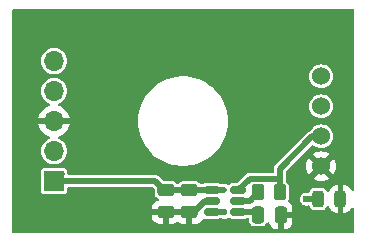
<source format=gtl>
G04 #@! TF.GenerationSoftware,KiCad,Pcbnew,8.0.7*
G04 #@! TF.CreationDate,2025-01-24T14:27:24+01:00*
G04 #@! TF.ProjectId,GateDriverControlTransmitter,47617465-4472-4697-9665-72436f6e7472,rev?*
G04 #@! TF.SameCoordinates,Original*
G04 #@! TF.FileFunction,Copper,L1,Top*
G04 #@! TF.FilePolarity,Positive*
%FSLAX46Y46*%
G04 Gerber Fmt 4.6, Leading zero omitted, Abs format (unit mm)*
G04 Created by KiCad (PCBNEW 8.0.7) date 2025-01-24 14:27:24*
%MOMM*%
%LPD*%
G01*
G04 APERTURE LIST*
G04 Aperture macros list*
%AMRoundRect*
0 Rectangle with rounded corners*
0 $1 Rounding radius*
0 $2 $3 $4 $5 $6 $7 $8 $9 X,Y pos of 4 corners*
0 Add a 4 corners polygon primitive as box body*
4,1,4,$2,$3,$4,$5,$6,$7,$8,$9,$2,$3,0*
0 Add four circle primitives for the rounded corners*
1,1,$1+$1,$2,$3*
1,1,$1+$1,$4,$5*
1,1,$1+$1,$6,$7*
1,1,$1+$1,$8,$9*
0 Add four rect primitives between the rounded corners*
20,1,$1+$1,$2,$3,$4,$5,0*
20,1,$1+$1,$4,$5,$6,$7,0*
20,1,$1+$1,$6,$7,$8,$9,0*
20,1,$1+$1,$8,$9,$2,$3,0*%
G04 Aperture macros list end*
G04 #@! TA.AperFunction,SMDPad,CuDef*
%ADD10RoundRect,0.150000X-0.512500X-0.150000X0.512500X-0.150000X0.512500X0.150000X-0.512500X0.150000X0*%
G04 #@! TD*
G04 #@! TA.AperFunction,SMDPad,CuDef*
%ADD11RoundRect,0.250000X-0.475000X0.250000X-0.475000X-0.250000X0.475000X-0.250000X0.475000X0.250000X0*%
G04 #@! TD*
G04 #@! TA.AperFunction,ComponentPad*
%ADD12R,1.700000X1.700000*%
G04 #@! TD*
G04 #@! TA.AperFunction,ComponentPad*
%ADD13O,1.700000X1.700000*%
G04 #@! TD*
G04 #@! TA.AperFunction,SMDPad,CuDef*
%ADD14RoundRect,0.243750X0.243750X0.456250X-0.243750X0.456250X-0.243750X-0.456250X0.243750X-0.456250X0*%
G04 #@! TD*
G04 #@! TA.AperFunction,ComponentPad*
%ADD15C,1.524000*%
G04 #@! TD*
G04 #@! TA.AperFunction,SMDPad,CuDef*
%ADD16RoundRect,0.250000X-0.262500X-0.450000X0.262500X-0.450000X0.262500X0.450000X-0.262500X0.450000X0*%
G04 #@! TD*
G04 #@! TA.AperFunction,SMDPad,CuDef*
%ADD17RoundRect,0.250000X-0.250000X-0.475000X0.250000X-0.475000X0.250000X0.475000X-0.250000X0.475000X0*%
G04 #@! TD*
G04 #@! TA.AperFunction,ViaPad*
%ADD18C,0.600000*%
G04 #@! TD*
G04 #@! TA.AperFunction,Conductor*
%ADD19C,0.500000*%
G04 #@! TD*
G04 #@! TA.AperFunction,Conductor*
%ADD20C,0.300000*%
G04 #@! TD*
G04 APERTURE END LIST*
D10*
X138422500Y-115810000D03*
X138422500Y-116760000D03*
X138422500Y-117710000D03*
X140697500Y-117710000D03*
X140697500Y-116760000D03*
X140697500Y-115810000D03*
D11*
X134570000Y-115810000D03*
X134570000Y-117710000D03*
X136530000Y-115810000D03*
X136530000Y-117710000D03*
D12*
X125100000Y-115075000D03*
D13*
X125100000Y-112535000D03*
X125100000Y-109995000D03*
X125100000Y-107455000D03*
X125100000Y-104915000D03*
D14*
X149337500Y-116600000D03*
X147462500Y-116600000D03*
D15*
X147700000Y-106210000D03*
X147700000Y-108750000D03*
X147700000Y-111290000D03*
X147700000Y-113830000D03*
D16*
X142387500Y-116020000D03*
X144212500Y-116020000D03*
D17*
X142370000Y-117950000D03*
X144270000Y-117950000D03*
D18*
X148000000Y-101000000D03*
X136000000Y-119000000D03*
X140000000Y-119000000D03*
X124000000Y-101000000D03*
X140000000Y-101000000D03*
X136000000Y-101000000D03*
X130000000Y-119000000D03*
X150000000Y-111000000D03*
X142500000Y-105500000D03*
X150000000Y-119000000D03*
X122000000Y-107000000D03*
X122000000Y-119000000D03*
X150000000Y-103000000D03*
X142500000Y-112000000D03*
X148000000Y-119000000D03*
X142000000Y-101000000D03*
X124000000Y-119000000D03*
X128000000Y-101000000D03*
X126000000Y-119000000D03*
X150000000Y-115000000D03*
X150000000Y-101000000D03*
X122000000Y-103000000D03*
X136000000Y-105000000D03*
X150000000Y-119000000D03*
X150000000Y-113000000D03*
X126000000Y-101000000D03*
X134000000Y-119000000D03*
X122000000Y-115000000D03*
X132000000Y-119000000D03*
X146000000Y-101000000D03*
X122000000Y-105000000D03*
X122000000Y-109000000D03*
X122000000Y-101000000D03*
X136000000Y-103500000D03*
X122000000Y-113000000D03*
X150000000Y-107000000D03*
X128000000Y-105000000D03*
X150000000Y-105000000D03*
X150000000Y-109000000D03*
X144000000Y-101000000D03*
X122000000Y-111000000D03*
X122000000Y-117000000D03*
X142500000Y-103500000D03*
X134000000Y-101000000D03*
X132000000Y-101000000D03*
X138000000Y-119000000D03*
X146000000Y-119000000D03*
X130000000Y-101000000D03*
X128000000Y-119000000D03*
X128000000Y-103500000D03*
X142500000Y-109000000D03*
X138000000Y-101000000D03*
X139500000Y-117730000D03*
X146450000Y-116600000D03*
D19*
X136530000Y-117710000D02*
X136907316Y-117710000D01*
X136907316Y-117710000D02*
X137857316Y-116760000D01*
X136530000Y-115810000D02*
X134570000Y-115810000D01*
X133645000Y-115075000D02*
X134380000Y-115810000D01*
X138422500Y-115810000D02*
X136530000Y-115810000D01*
X125100000Y-115075000D02*
X125725000Y-114450000D01*
X125100000Y-115075000D02*
X133645000Y-115075000D01*
X125100000Y-115075000D02*
X125325000Y-114850000D01*
X134380000Y-115810000D02*
X134570000Y-115810000D01*
X138877316Y-115800000D02*
X139442500Y-115800000D01*
X139500000Y-117730000D02*
X139480000Y-117710000D01*
X139480000Y-117710000D02*
X138422500Y-117710000D01*
X147700000Y-111290000D02*
X146960000Y-111290000D01*
X140697500Y-115810000D02*
X141637500Y-114870000D01*
X144212500Y-114037500D02*
X144212500Y-114870000D01*
X146960000Y-111290000D02*
X144212500Y-114037500D01*
X144212500Y-114870000D02*
X144212500Y-116020000D01*
X141637500Y-114870000D02*
X144212500Y-114870000D01*
X141647500Y-116760000D02*
X142387500Y-116020000D01*
X140697500Y-116760000D02*
X141647500Y-116760000D01*
X140697500Y-117710000D02*
X142130000Y-117710000D01*
X142130000Y-117710000D02*
X142370000Y-117950000D01*
D20*
X147700000Y-106275000D02*
X147700000Y-106210000D01*
D19*
X147462500Y-116600000D02*
X146450000Y-116600000D01*
G04 #@! TA.AperFunction,Conductor*
G36*
X150442539Y-100530185D02*
G01*
X150488294Y-100582989D01*
X150499500Y-100634500D01*
X150499500Y-115781914D01*
X150479815Y-115848953D01*
X150427011Y-115894708D01*
X150357853Y-115904652D01*
X150294297Y-115875627D01*
X150265577Y-115832608D01*
X150262955Y-115833831D01*
X150259903Y-115827285D01*
X150168629Y-115679308D01*
X150045691Y-115556370D01*
X149897714Y-115465096D01*
X149897709Y-115465094D01*
X149732673Y-115410407D01*
X149630815Y-115400000D01*
X149587500Y-115400000D01*
X149587500Y-117800000D01*
X149630803Y-117800000D01*
X149630815Y-117799999D01*
X149732673Y-117789592D01*
X149897709Y-117734905D01*
X149897714Y-117734903D01*
X150045691Y-117643629D01*
X150168629Y-117520691D01*
X150259903Y-117372714D01*
X150262955Y-117366169D01*
X150265813Y-117367501D01*
X150297559Y-117321643D01*
X150362072Y-117294814D01*
X150430849Y-117307123D01*
X150482053Y-117354662D01*
X150499500Y-117418085D01*
X150499500Y-119376000D01*
X150479815Y-119443039D01*
X150427011Y-119488794D01*
X150375500Y-119500000D01*
X121624500Y-119500000D01*
X121557461Y-119480315D01*
X121511706Y-119427511D01*
X121500500Y-119376000D01*
X121500500Y-118009986D01*
X133345001Y-118009986D01*
X133355494Y-118112697D01*
X133410641Y-118279119D01*
X133410643Y-118279124D01*
X133502684Y-118428345D01*
X133626654Y-118552315D01*
X133775875Y-118644356D01*
X133775880Y-118644358D01*
X133942302Y-118699505D01*
X133942309Y-118699506D01*
X134045019Y-118709999D01*
X134319999Y-118709999D01*
X134820000Y-118709999D01*
X135094972Y-118709999D01*
X135094986Y-118709998D01*
X135197697Y-118699505D01*
X135364119Y-118644358D01*
X135364124Y-118644356D01*
X135484903Y-118569859D01*
X135552295Y-118551419D01*
X135615097Y-118569859D01*
X135735875Y-118644356D01*
X135735880Y-118644358D01*
X135902302Y-118699505D01*
X135902309Y-118699506D01*
X136005019Y-118709999D01*
X136279999Y-118709999D01*
X136280000Y-118709998D01*
X136280000Y-117960000D01*
X134820000Y-117960000D01*
X134820000Y-118709999D01*
X134319999Y-118709999D01*
X134320000Y-118709998D01*
X134320000Y-117960000D01*
X133345001Y-117960000D01*
X133345001Y-118009986D01*
X121500500Y-118009986D01*
X121500500Y-114200321D01*
X123999500Y-114200321D01*
X123999500Y-115949678D01*
X124014032Y-116022735D01*
X124014033Y-116022739D01*
X124014034Y-116022740D01*
X124069399Y-116105601D01*
X124152260Y-116160966D01*
X124152264Y-116160967D01*
X124225321Y-116175499D01*
X124225324Y-116175500D01*
X124225326Y-116175500D01*
X125974676Y-116175500D01*
X125974677Y-116175499D01*
X126047740Y-116160966D01*
X126130601Y-116105601D01*
X126185966Y-116022740D01*
X126200500Y-115949674D01*
X126200500Y-115699500D01*
X126220185Y-115632461D01*
X126272989Y-115586706D01*
X126324500Y-115575500D01*
X133386324Y-115575500D01*
X133453363Y-115595185D01*
X133474005Y-115611819D01*
X133558181Y-115695995D01*
X133591666Y-115757318D01*
X133594500Y-115783676D01*
X133594500Y-116107869D01*
X133594501Y-116107876D01*
X133600908Y-116167483D01*
X133651202Y-116302328D01*
X133651206Y-116302335D01*
X133737452Y-116417544D01*
X133737455Y-116417547D01*
X133852664Y-116503793D01*
X133852673Y-116503798D01*
X133872468Y-116511181D01*
X133928402Y-116553051D01*
X133952820Y-116618515D01*
X133937969Y-116686788D01*
X133888565Y-116736194D01*
X133868141Y-116745069D01*
X133775878Y-116775642D01*
X133775875Y-116775643D01*
X133626654Y-116867684D01*
X133502684Y-116991654D01*
X133410643Y-117140875D01*
X133410641Y-117140880D01*
X133355494Y-117307302D01*
X133355493Y-117307309D01*
X133345000Y-117410013D01*
X133345000Y-117460000D01*
X136406000Y-117460000D01*
X136473039Y-117479685D01*
X136518794Y-117532489D01*
X136530000Y-117584000D01*
X136530000Y-117710000D01*
X136656000Y-117710000D01*
X136723039Y-117729685D01*
X136768794Y-117782489D01*
X136780000Y-117834000D01*
X136780000Y-118709999D01*
X137054972Y-118709999D01*
X137054986Y-118709998D01*
X137157697Y-118699505D01*
X137324119Y-118644358D01*
X137324124Y-118644356D01*
X137473345Y-118552315D01*
X137597315Y-118428345D01*
X137673293Y-118305166D01*
X137725241Y-118258442D01*
X137794204Y-118247219D01*
X137798230Y-118247790D01*
X137878475Y-118260499D01*
X137878481Y-118260500D01*
X138966518Y-118260499D01*
X139060304Y-118245646D01*
X139102757Y-118224014D01*
X139159052Y-118210500D01*
X139196839Y-118210500D01*
X139244291Y-118219939D01*
X139254132Y-118224015D01*
X139356291Y-118266330D01*
X139482826Y-118282989D01*
X139499999Y-118285250D01*
X139500000Y-118285250D01*
X139500001Y-118285250D01*
X139517174Y-118282989D01*
X139643709Y-118266330D01*
X139777625Y-118210861D01*
X139801643Y-118192430D01*
X139866808Y-118167236D01*
X139935253Y-118181273D01*
X139943666Y-118186525D01*
X139946657Y-118188049D01*
X139946658Y-118188050D01*
X140017243Y-118224015D01*
X140059698Y-118245647D01*
X140153475Y-118260499D01*
X140153481Y-118260500D01*
X141241518Y-118260499D01*
X141335304Y-118245646D01*
X141377757Y-118224014D01*
X141434052Y-118210500D01*
X141495501Y-118210500D01*
X141562540Y-118230185D01*
X141608295Y-118282989D01*
X141619501Y-118334500D01*
X141619501Y-118472876D01*
X141625908Y-118532483D01*
X141676202Y-118667328D01*
X141676206Y-118667335D01*
X141762452Y-118782544D01*
X141762455Y-118782547D01*
X141877664Y-118868793D01*
X141877671Y-118868797D01*
X141922618Y-118885561D01*
X142012517Y-118919091D01*
X142072127Y-118925500D01*
X142667872Y-118925499D01*
X142727483Y-118919091D01*
X142862331Y-118868796D01*
X142977546Y-118782546D01*
X143063796Y-118667331D01*
X143071180Y-118647532D01*
X143113050Y-118591598D01*
X143178514Y-118567179D01*
X143246787Y-118582029D01*
X143296194Y-118631433D01*
X143305069Y-118651859D01*
X143335641Y-118744119D01*
X143335643Y-118744124D01*
X143427684Y-118893345D01*
X143551654Y-119017315D01*
X143700875Y-119109356D01*
X143700880Y-119109358D01*
X143867302Y-119164505D01*
X143867309Y-119164506D01*
X143970019Y-119174999D01*
X144520000Y-119174999D01*
X144569972Y-119174999D01*
X144569986Y-119174998D01*
X144672697Y-119164505D01*
X144839119Y-119109358D01*
X144839124Y-119109356D01*
X144988345Y-119017315D01*
X145112315Y-118893345D01*
X145204356Y-118744124D01*
X145204358Y-118744119D01*
X145259505Y-118577697D01*
X145259506Y-118577690D01*
X145269999Y-118474986D01*
X145270000Y-118474973D01*
X145270000Y-118200000D01*
X144520000Y-118200000D01*
X144520000Y-119174999D01*
X143970019Y-119174999D01*
X144019999Y-119174998D01*
X144020000Y-119174998D01*
X144020000Y-118074000D01*
X144039685Y-118006961D01*
X144092489Y-117961206D01*
X144144000Y-117950000D01*
X144270000Y-117950000D01*
X144270000Y-117824000D01*
X144289685Y-117756961D01*
X144342489Y-117711206D01*
X144394000Y-117700000D01*
X145269999Y-117700000D01*
X145269999Y-117425028D01*
X145269998Y-117425013D01*
X145259505Y-117322302D01*
X145204358Y-117155880D01*
X145204356Y-117155875D01*
X145112315Y-117006654D01*
X144988344Y-116882683D01*
X144966818Y-116869405D01*
X144920095Y-116817456D01*
X144908875Y-116748493D01*
X144915736Y-116720535D01*
X144953787Y-116618515D01*
X144960693Y-116600000D01*
X145894750Y-116600000D01*
X145909539Y-116712335D01*
X145913670Y-116743708D01*
X145913671Y-116743712D01*
X145969137Y-116877622D01*
X145969138Y-116877624D01*
X145969139Y-116877625D01*
X146057379Y-116992621D01*
X146172375Y-117080861D01*
X146306291Y-117136330D01*
X146433280Y-117153048D01*
X146449999Y-117155250D01*
X146450000Y-117155250D01*
X146450001Y-117155250D01*
X146502470Y-117148342D01*
X146593709Y-117136330D01*
X146593716Y-117136326D01*
X146600647Y-117134470D01*
X146670497Y-117136131D01*
X146728360Y-117175291D01*
X146748925Y-117210909D01*
X146771916Y-117272549D01*
X146780497Y-117295554D01*
X146865669Y-117409331D01*
X146979446Y-117494503D01*
X147112609Y-117544171D01*
X147171479Y-117550500D01*
X147753520Y-117550499D01*
X147812391Y-117544171D01*
X147945554Y-117494503D01*
X148059331Y-117409331D01*
X148144503Y-117295554D01*
X148151160Y-117277704D01*
X148193028Y-117221773D01*
X148258492Y-117197354D01*
X148326765Y-117212204D01*
X148376172Y-117261608D01*
X148385047Y-117282033D01*
X148415095Y-117372711D01*
X148415096Y-117372714D01*
X148506370Y-117520691D01*
X148629308Y-117643629D01*
X148777285Y-117734903D01*
X148777290Y-117734905D01*
X148942326Y-117789592D01*
X149044184Y-117799999D01*
X149044197Y-117800000D01*
X149087500Y-117800000D01*
X149087500Y-115400000D01*
X149044184Y-115400000D01*
X148942326Y-115410407D01*
X148777290Y-115465094D01*
X148777285Y-115465096D01*
X148629308Y-115556370D01*
X148506370Y-115679308D01*
X148415096Y-115827285D01*
X148415095Y-115827288D01*
X148385047Y-115917966D01*
X148345273Y-115975411D01*
X148280757Y-116002233D01*
X148211982Y-115989918D01*
X148160782Y-115942374D01*
X148151162Y-115922299D01*
X148144503Y-115904446D01*
X148059331Y-115790669D01*
X147990962Y-115739489D01*
X147945556Y-115705498D01*
X147945554Y-115705497D01*
X147812391Y-115655829D01*
X147812389Y-115655828D01*
X147812387Y-115655828D01*
X147753529Y-115649500D01*
X147171482Y-115649500D01*
X147171473Y-115649501D01*
X147112608Y-115655828D01*
X146979445Y-115705497D01*
X146865669Y-115790669D01*
X146780497Y-115904445D01*
X146748925Y-115989090D01*
X146707053Y-116045023D01*
X146641588Y-116069439D01*
X146600654Y-116065531D01*
X146593710Y-116063670D01*
X146593709Y-116063670D01*
X146521854Y-116054210D01*
X146450001Y-116044750D01*
X146449999Y-116044750D01*
X146306291Y-116063670D01*
X146306287Y-116063671D01*
X146172377Y-116119137D01*
X146057379Y-116207379D01*
X145969137Y-116322377D01*
X145913671Y-116456287D01*
X145913670Y-116456291D01*
X145897715Y-116577482D01*
X145894750Y-116600000D01*
X144960693Y-116600000D01*
X144969091Y-116577483D01*
X144975500Y-116517873D01*
X144975499Y-115522128D01*
X144969091Y-115462517D01*
X144950633Y-115413029D01*
X144918797Y-115327671D01*
X144918793Y-115327664D01*
X144832547Y-115212455D01*
X144762688Y-115160158D01*
X144720818Y-115104224D01*
X144713000Y-115060892D01*
X144713000Y-114296175D01*
X144732685Y-114229136D01*
X144749314Y-114208499D01*
X145127814Y-113829999D01*
X146433179Y-113829999D01*
X146433179Y-113830000D01*
X146452424Y-114049976D01*
X146452426Y-114049986D01*
X146509575Y-114263270D01*
X146509580Y-114263284D01*
X146602898Y-114463405D01*
X146602901Y-114463411D01*
X146648258Y-114528187D01*
X146648258Y-114528188D01*
X147210504Y-113965941D01*
X147226619Y-114026081D01*
X147293498Y-114141920D01*
X147388080Y-114236502D01*
X147503919Y-114303381D01*
X147564057Y-114319494D01*
X147001810Y-114881740D01*
X147066590Y-114927099D01*
X147066592Y-114927100D01*
X147266715Y-115020419D01*
X147266729Y-115020424D01*
X147480013Y-115077573D01*
X147480023Y-115077575D01*
X147699999Y-115096821D01*
X147700001Y-115096821D01*
X147919976Y-115077575D01*
X147919986Y-115077573D01*
X148133270Y-115020424D01*
X148133284Y-115020419D01*
X148333407Y-114927100D01*
X148333417Y-114927094D01*
X148398188Y-114881741D01*
X147835942Y-114319494D01*
X147896081Y-114303381D01*
X148011920Y-114236502D01*
X148106502Y-114141920D01*
X148173381Y-114026081D01*
X148189495Y-113965942D01*
X148751741Y-114528188D01*
X148797094Y-114463417D01*
X148797100Y-114463407D01*
X148890419Y-114263284D01*
X148890424Y-114263270D01*
X148947573Y-114049986D01*
X148947575Y-114049976D01*
X148966821Y-113830000D01*
X148966821Y-113829999D01*
X148947575Y-113610023D01*
X148947573Y-113610013D01*
X148890424Y-113396729D01*
X148890420Y-113396720D01*
X148797096Y-113196586D01*
X148751741Y-113131811D01*
X148751740Y-113131810D01*
X148189494Y-113694056D01*
X148173381Y-113633919D01*
X148106502Y-113518080D01*
X148011920Y-113423498D01*
X147896081Y-113356619D01*
X147835941Y-113340504D01*
X148398188Y-112778258D01*
X148333411Y-112732901D01*
X148333405Y-112732898D01*
X148133284Y-112639580D01*
X148133270Y-112639575D01*
X147919986Y-112582426D01*
X147919976Y-112582424D01*
X147700001Y-112563179D01*
X147699999Y-112563179D01*
X147480023Y-112582424D01*
X147480013Y-112582426D01*
X147266729Y-112639575D01*
X147266720Y-112639579D01*
X147066590Y-112732901D01*
X147001811Y-112778258D01*
X147564058Y-113340504D01*
X147503919Y-113356619D01*
X147388080Y-113423498D01*
X147293498Y-113518080D01*
X147226619Y-113633919D01*
X147210504Y-113694057D01*
X146648258Y-113131811D01*
X146602901Y-113196590D01*
X146509579Y-113396720D01*
X146509575Y-113396729D01*
X146452426Y-113610013D01*
X146452424Y-113610023D01*
X146433179Y-113829999D01*
X145127814Y-113829999D01*
X146883443Y-112074369D01*
X146944764Y-112040886D01*
X147014456Y-112045870D01*
X147049786Y-112066198D01*
X147113572Y-112118545D01*
X147134763Y-112135936D01*
X147134765Y-112135937D01*
X147134768Y-112135939D01*
X147310651Y-112229951D01*
X147310654Y-112229951D01*
X147310658Y-112229954D01*
X147501515Y-112287850D01*
X147700000Y-112307399D01*
X147898485Y-112287850D01*
X148089342Y-112229954D01*
X148265237Y-112135936D01*
X148419410Y-112009410D01*
X148545936Y-111855237D01*
X148639954Y-111679342D01*
X148697850Y-111488485D01*
X148717399Y-111290000D01*
X148697850Y-111091515D01*
X148639954Y-110900658D01*
X148639951Y-110900654D01*
X148639951Y-110900651D01*
X148545939Y-110724768D01*
X148545937Y-110724766D01*
X148545936Y-110724763D01*
X148503109Y-110672578D01*
X148419410Y-110570589D01*
X148265238Y-110444065D01*
X148265231Y-110444060D01*
X148089348Y-110350048D01*
X148089342Y-110350046D01*
X147898485Y-110292150D01*
X147898483Y-110292149D01*
X147898481Y-110292149D01*
X147700000Y-110272601D01*
X147501518Y-110292149D01*
X147310651Y-110350048D01*
X147134768Y-110444060D01*
X147134761Y-110444065D01*
X146980589Y-110570589D01*
X146854066Y-110724759D01*
X146831930Y-110766171D01*
X146782966Y-110816014D01*
X146770037Y-110822271D01*
X146766824Y-110823602D01*
X146652686Y-110889500D01*
X146652683Y-110889502D01*
X143812002Y-113730183D01*
X143812000Y-113730186D01*
X143746108Y-113844312D01*
X143712000Y-113971608D01*
X143712000Y-114245500D01*
X143692315Y-114312539D01*
X143639511Y-114358294D01*
X143588000Y-114369500D01*
X141571608Y-114369500D01*
X141444312Y-114403608D01*
X141330186Y-114469500D01*
X141330183Y-114469502D01*
X140576503Y-115223181D01*
X140515180Y-115256666D01*
X140488822Y-115259500D01*
X140153482Y-115259500D01*
X140072519Y-115272323D01*
X140059696Y-115274354D01*
X139946658Y-115331950D01*
X139946657Y-115331951D01*
X139946652Y-115331954D01*
X139899061Y-115379545D01*
X139837738Y-115413029D01*
X139768046Y-115408044D01*
X139749385Y-115399252D01*
X139692864Y-115366620D01*
X139635687Y-115333608D01*
X139572039Y-115316554D01*
X139508392Y-115299500D01*
X139508391Y-115299500D01*
X139139425Y-115299500D01*
X139083131Y-115285985D01*
X139060301Y-115274352D01*
X138966524Y-115259500D01*
X137878482Y-115259500D01*
X137784694Y-115274354D01*
X137742243Y-115295985D01*
X137685948Y-115309500D01*
X137504751Y-115309500D01*
X137437712Y-115289815D01*
X137405485Y-115259812D01*
X137362548Y-115202457D01*
X137362546Y-115202454D01*
X137362542Y-115202451D01*
X137247335Y-115116206D01*
X137247328Y-115116202D01*
X137112482Y-115065908D01*
X137112483Y-115065908D01*
X137052883Y-115059501D01*
X137052881Y-115059500D01*
X137052873Y-115059500D01*
X137052864Y-115059500D01*
X136007129Y-115059500D01*
X136007123Y-115059501D01*
X135947516Y-115065908D01*
X135812671Y-115116202D01*
X135812664Y-115116206D01*
X135697457Y-115202451D01*
X135697451Y-115202457D01*
X135654515Y-115259812D01*
X135598581Y-115301682D01*
X135555249Y-115309500D01*
X135544751Y-115309500D01*
X135477712Y-115289815D01*
X135445485Y-115259812D01*
X135402548Y-115202457D01*
X135402546Y-115202454D01*
X135402542Y-115202451D01*
X135287335Y-115116206D01*
X135287328Y-115116202D01*
X135152482Y-115065908D01*
X135152483Y-115065908D01*
X135092883Y-115059501D01*
X135092881Y-115059500D01*
X135092873Y-115059500D01*
X135092865Y-115059500D01*
X134388676Y-115059500D01*
X134321637Y-115039815D01*
X134300995Y-115023181D01*
X133952316Y-114674502D01*
X133952314Y-114674500D01*
X133895250Y-114641554D01*
X133838187Y-114608608D01*
X133774539Y-114591554D01*
X133710892Y-114574500D01*
X133710891Y-114574500D01*
X126349500Y-114574500D01*
X126282461Y-114554815D01*
X126236706Y-114502011D01*
X126225500Y-114450500D01*
X126225500Y-114384110D01*
X126225500Y-114384108D01*
X126204725Y-114306574D01*
X126200500Y-114274481D01*
X126200500Y-114200323D01*
X126200499Y-114200321D01*
X126185967Y-114127264D01*
X126185966Y-114127260D01*
X126130601Y-114044399D01*
X126047740Y-113989034D01*
X126047739Y-113989033D01*
X126047735Y-113989032D01*
X125974677Y-113974500D01*
X125974674Y-113974500D01*
X125900519Y-113974500D01*
X125868426Y-113970275D01*
X125832375Y-113960615D01*
X125790892Y-113949500D01*
X125659107Y-113949500D01*
X125581573Y-113970275D01*
X125549480Y-113974500D01*
X124225323Y-113974500D01*
X124152264Y-113989032D01*
X124152260Y-113989033D01*
X124069399Y-114044399D01*
X124014033Y-114127260D01*
X124014032Y-114127264D01*
X123999500Y-114200321D01*
X121500500Y-114200321D01*
X121500500Y-109744999D01*
X123769364Y-109744999D01*
X123769364Y-109745000D01*
X124666988Y-109745000D01*
X124634075Y-109802007D01*
X124600000Y-109929174D01*
X124600000Y-110060826D01*
X124634075Y-110187993D01*
X124666988Y-110245000D01*
X123769364Y-110245000D01*
X123826567Y-110458486D01*
X123826570Y-110458492D01*
X123926399Y-110672578D01*
X124061894Y-110866082D01*
X124228917Y-111033105D01*
X124422421Y-111168600D01*
X124636507Y-111268429D01*
X124636516Y-111268433D01*
X124675583Y-111278901D01*
X124735244Y-111315266D01*
X124765773Y-111378113D01*
X124757479Y-111447488D01*
X124712993Y-111501366D01*
X124688284Y-111514302D01*
X124607373Y-111545647D01*
X124607357Y-111545655D01*
X124433960Y-111653017D01*
X124433958Y-111653019D01*
X124283237Y-111790418D01*
X124160327Y-111953178D01*
X124069422Y-112135739D01*
X124069417Y-112135752D01*
X124013602Y-112331917D01*
X123994785Y-112534999D01*
X123994785Y-112535000D01*
X124013602Y-112738082D01*
X124069417Y-112934247D01*
X124069422Y-112934260D01*
X124160327Y-113116821D01*
X124283237Y-113279581D01*
X124433958Y-113416980D01*
X124433960Y-113416982D01*
X124444484Y-113423498D01*
X124607363Y-113524348D01*
X124797544Y-113598024D01*
X124998024Y-113635500D01*
X124998026Y-113635500D01*
X125201974Y-113635500D01*
X125201976Y-113635500D01*
X125402456Y-113598024D01*
X125592637Y-113524348D01*
X125766041Y-113416981D01*
X125916764Y-113279579D01*
X126039673Y-113116821D01*
X126130582Y-112934250D01*
X126186397Y-112738083D01*
X126205215Y-112535000D01*
X126186397Y-112331917D01*
X126130582Y-112135750D01*
X126095949Y-112066198D01*
X126083346Y-112040886D01*
X126039673Y-111953179D01*
X125980704Y-111875091D01*
X125916762Y-111790418D01*
X125766041Y-111653019D01*
X125766039Y-111653017D01*
X125592642Y-111545655D01*
X125592635Y-111545651D01*
X125511715Y-111514303D01*
X125456313Y-111471730D01*
X125432723Y-111405963D01*
X125448434Y-111337883D01*
X125498458Y-111289104D01*
X125524417Y-111278901D01*
X125563481Y-111268434D01*
X125563492Y-111268429D01*
X125777578Y-111168600D01*
X125971082Y-111033105D01*
X126138105Y-110866082D01*
X126273600Y-110672578D01*
X126373429Y-110458492D01*
X126373432Y-110458486D01*
X126430636Y-110245000D01*
X125533012Y-110245000D01*
X125565925Y-110187993D01*
X125600000Y-110060826D01*
X125600000Y-110000000D01*
X132200000Y-110000000D01*
X132219496Y-110384440D01*
X132271632Y-110724763D01*
X132277786Y-110764934D01*
X132355460Y-111064929D01*
X132374273Y-111137588D01*
X132507957Y-111498545D01*
X132507963Y-111498560D01*
X132677482Y-111844146D01*
X132677487Y-111844155D01*
X132881099Y-112170819D01*
X132926870Y-112229951D01*
X133116719Y-112475215D01*
X133366592Y-112738082D01*
X133381926Y-112754213D01*
X133673994Y-113004946D01*
X133673997Y-113004948D01*
X133989937Y-113224848D01*
X134326502Y-113411657D01*
X134680240Y-113563458D01*
X134680250Y-113563461D01*
X134680255Y-113563463D01*
X135047509Y-113678690D01*
X135047512Y-113678690D01*
X135047520Y-113678693D01*
X135424574Y-113756180D01*
X135730941Y-113787334D01*
X135807532Y-113795123D01*
X135807533Y-113795123D01*
X136192468Y-113795123D01*
X136256293Y-113788632D01*
X136575426Y-113756180D01*
X136952480Y-113678693D01*
X137319760Y-113563458D01*
X137673498Y-113411657D01*
X138010063Y-113224848D01*
X138326003Y-113004948D01*
X138618074Y-112754213D01*
X138883281Y-112475215D01*
X139118901Y-112170819D01*
X139322517Y-111844147D01*
X139492040Y-111498552D01*
X139625729Y-111137580D01*
X139722214Y-110764934D01*
X139780503Y-110384440D01*
X139800000Y-110000000D01*
X139780503Y-109615560D01*
X139777496Y-109595934D01*
X139734830Y-109317420D01*
X139722214Y-109235066D01*
X139625729Y-108862420D01*
X139584093Y-108750000D01*
X146682601Y-108750000D01*
X146702149Y-108948481D01*
X146702149Y-108948483D01*
X146702150Y-108948485D01*
X146704700Y-108956891D01*
X146760048Y-109139348D01*
X146854060Y-109315231D01*
X146854065Y-109315238D01*
X146980589Y-109469410D01*
X147056263Y-109531513D01*
X147134763Y-109595936D01*
X147134766Y-109595937D01*
X147134768Y-109595939D01*
X147310651Y-109689951D01*
X147310654Y-109689951D01*
X147310658Y-109689954D01*
X147501515Y-109747850D01*
X147700000Y-109767399D01*
X147898485Y-109747850D01*
X148089342Y-109689954D01*
X148265237Y-109595936D01*
X148419410Y-109469410D01*
X148545936Y-109315237D01*
X148639954Y-109139342D01*
X148697850Y-108948485D01*
X148717399Y-108750000D01*
X148697850Y-108551515D01*
X148639954Y-108360658D01*
X148639951Y-108360654D01*
X148639951Y-108360651D01*
X148545939Y-108184768D01*
X148545937Y-108184766D01*
X148545936Y-108184763D01*
X148424524Y-108036821D01*
X148419410Y-108030589D01*
X148265238Y-107904065D01*
X148265231Y-107904060D01*
X148089348Y-107810048D01*
X148089342Y-107810046D01*
X147898485Y-107752150D01*
X147898483Y-107752149D01*
X147898481Y-107752149D01*
X147700000Y-107732601D01*
X147501518Y-107752149D01*
X147310651Y-107810048D01*
X147134768Y-107904060D01*
X147134761Y-107904065D01*
X146980589Y-108030589D01*
X146854065Y-108184761D01*
X146854060Y-108184768D01*
X146760048Y-108360651D01*
X146702149Y-108551518D01*
X146682601Y-108750000D01*
X139584093Y-108750000D01*
X139492040Y-108501448D01*
X139485753Y-108488632D01*
X139322517Y-108155853D01*
X139322512Y-108155844D01*
X139196654Y-107953925D01*
X139118901Y-107829181D01*
X138883281Y-107524785D01*
X138618074Y-107245787D01*
X138596655Y-107227399D01*
X138326005Y-106995053D01*
X138010063Y-106775152D01*
X138010058Y-106775149D01*
X137673497Y-106588342D01*
X137319765Y-106436544D01*
X137319744Y-106436536D01*
X136952490Y-106321309D01*
X136952484Y-106321308D01*
X136952481Y-106321307D01*
X136952480Y-106321307D01*
X136575426Y-106243820D01*
X136575425Y-106243819D01*
X136575421Y-106243819D01*
X136242847Y-106210000D01*
X146682601Y-106210000D01*
X146702149Y-106408481D01*
X146702149Y-106408483D01*
X146702150Y-106408485D01*
X146760046Y-106599342D01*
X146760048Y-106599348D01*
X146854060Y-106775231D01*
X146854065Y-106775238D01*
X146980589Y-106929410D01*
X147087875Y-107017456D01*
X147134763Y-107055936D01*
X147134766Y-107055937D01*
X147134768Y-107055939D01*
X147310651Y-107149951D01*
X147310654Y-107149951D01*
X147310658Y-107149954D01*
X147501515Y-107207850D01*
X147700000Y-107227399D01*
X147898485Y-107207850D01*
X148089342Y-107149954D01*
X148265237Y-107055936D01*
X148419410Y-106929410D01*
X148545936Y-106775237D01*
X148639954Y-106599342D01*
X148697850Y-106408485D01*
X148717399Y-106210000D01*
X148697850Y-106011515D01*
X148639954Y-105820658D01*
X148639951Y-105820654D01*
X148639951Y-105820651D01*
X148545939Y-105644768D01*
X148545937Y-105644766D01*
X148545936Y-105644763D01*
X148424524Y-105496821D01*
X148419410Y-105490589D01*
X148265238Y-105364065D01*
X148265231Y-105364060D01*
X148089348Y-105270048D01*
X148089342Y-105270046D01*
X147898485Y-105212150D01*
X147898483Y-105212149D01*
X147898481Y-105212149D01*
X147700000Y-105192601D01*
X147501518Y-105212149D01*
X147310651Y-105270048D01*
X147134768Y-105364060D01*
X147134761Y-105364065D01*
X146980589Y-105490589D01*
X146854065Y-105644761D01*
X146854060Y-105644768D01*
X146760048Y-105820651D01*
X146702149Y-106011518D01*
X146682601Y-106210000D01*
X136242847Y-106210000D01*
X136192468Y-106204877D01*
X136192467Y-106204877D01*
X135807533Y-106204877D01*
X135807532Y-106204877D01*
X135424578Y-106243819D01*
X135047515Y-106321308D01*
X135047509Y-106321309D01*
X134680255Y-106436536D01*
X134680234Y-106436544D01*
X134326502Y-106588342D01*
X133989941Y-106775149D01*
X133989936Y-106775152D01*
X133673994Y-106995053D01*
X133381926Y-107245786D01*
X133116714Y-107524790D01*
X132881099Y-107829180D01*
X132677487Y-108155844D01*
X132677482Y-108155853D01*
X132507963Y-108501439D01*
X132507957Y-108501454D01*
X132374273Y-108862411D01*
X132277785Y-109235070D01*
X132219496Y-109615559D01*
X132200000Y-110000000D01*
X125600000Y-110000000D01*
X125600000Y-109929174D01*
X125565925Y-109802007D01*
X125533012Y-109745000D01*
X126430636Y-109745000D01*
X126430635Y-109744999D01*
X126373432Y-109531513D01*
X126373429Y-109531507D01*
X126273600Y-109317422D01*
X126273599Y-109317420D01*
X126138113Y-109123926D01*
X126138108Y-109123920D01*
X125971082Y-108956894D01*
X125777578Y-108821399D01*
X125563492Y-108721570D01*
X125563477Y-108721564D01*
X125524414Y-108711097D01*
X125464754Y-108674732D01*
X125434226Y-108611885D01*
X125442521Y-108542509D01*
X125487007Y-108488632D01*
X125511710Y-108475698D01*
X125592637Y-108444348D01*
X125766041Y-108336981D01*
X125916764Y-108199579D01*
X126039673Y-108036821D01*
X126130582Y-107854250D01*
X126186397Y-107658083D01*
X126205215Y-107455000D01*
X126186397Y-107251917D01*
X126130582Y-107055750D01*
X126039673Y-106873179D01*
X125980704Y-106795091D01*
X125916762Y-106710418D01*
X125766041Y-106573019D01*
X125766039Y-106573017D01*
X125592642Y-106465655D01*
X125592635Y-106465651D01*
X125445071Y-106408485D01*
X125402456Y-106391976D01*
X125201976Y-106354500D01*
X124998024Y-106354500D01*
X124797544Y-106391976D01*
X124797541Y-106391976D01*
X124797541Y-106391977D01*
X124607364Y-106465651D01*
X124607357Y-106465655D01*
X124433960Y-106573017D01*
X124433958Y-106573019D01*
X124283237Y-106710418D01*
X124160327Y-106873178D01*
X124069422Y-107055739D01*
X124069417Y-107055752D01*
X124013602Y-107251917D01*
X123994785Y-107454999D01*
X123994785Y-107455000D01*
X124013602Y-107658082D01*
X124069417Y-107854247D01*
X124069422Y-107854260D01*
X124160327Y-108036821D01*
X124283237Y-108199581D01*
X124433958Y-108336980D01*
X124433960Y-108336982D01*
X124533141Y-108398392D01*
X124607363Y-108444348D01*
X124688283Y-108475696D01*
X124743685Y-108518269D01*
X124767276Y-108584035D01*
X124751565Y-108652116D01*
X124701542Y-108700895D01*
X124675586Y-108711097D01*
X124636519Y-108721565D01*
X124636507Y-108721570D01*
X124422422Y-108821399D01*
X124422420Y-108821400D01*
X124228926Y-108956886D01*
X124228920Y-108956891D01*
X124061891Y-109123920D01*
X124061886Y-109123926D01*
X123926400Y-109317420D01*
X123926399Y-109317422D01*
X123826570Y-109531507D01*
X123826567Y-109531513D01*
X123769364Y-109744999D01*
X121500500Y-109744999D01*
X121500500Y-104914999D01*
X123994785Y-104914999D01*
X123994785Y-104915000D01*
X124013602Y-105118082D01*
X124069417Y-105314247D01*
X124069422Y-105314260D01*
X124160327Y-105496821D01*
X124283237Y-105659581D01*
X124433958Y-105796980D01*
X124433960Y-105796982D01*
X124533141Y-105858392D01*
X124607363Y-105904348D01*
X124797544Y-105978024D01*
X124998024Y-106015500D01*
X124998026Y-106015500D01*
X125201974Y-106015500D01*
X125201976Y-106015500D01*
X125402456Y-105978024D01*
X125592637Y-105904348D01*
X125766041Y-105796981D01*
X125916764Y-105659579D01*
X126039673Y-105496821D01*
X126130582Y-105314250D01*
X126186397Y-105118083D01*
X126205215Y-104915000D01*
X126186397Y-104711917D01*
X126130582Y-104515750D01*
X126039673Y-104333179D01*
X125916764Y-104170421D01*
X125916762Y-104170418D01*
X125766041Y-104033019D01*
X125766039Y-104033017D01*
X125592642Y-103925655D01*
X125592635Y-103925651D01*
X125497546Y-103888814D01*
X125402456Y-103851976D01*
X125201976Y-103814500D01*
X124998024Y-103814500D01*
X124797544Y-103851976D01*
X124797541Y-103851976D01*
X124797541Y-103851977D01*
X124607364Y-103925651D01*
X124607357Y-103925655D01*
X124433960Y-104033017D01*
X124433958Y-104033019D01*
X124283237Y-104170418D01*
X124160327Y-104333178D01*
X124069422Y-104515739D01*
X124069417Y-104515752D01*
X124013602Y-104711917D01*
X123994785Y-104914999D01*
X121500500Y-104914999D01*
X121500500Y-100634500D01*
X121520185Y-100567461D01*
X121572989Y-100521706D01*
X121624500Y-100510500D01*
X150375500Y-100510500D01*
X150442539Y-100530185D01*
G37*
G04 #@! TD.AperFunction*
M02*

</source>
